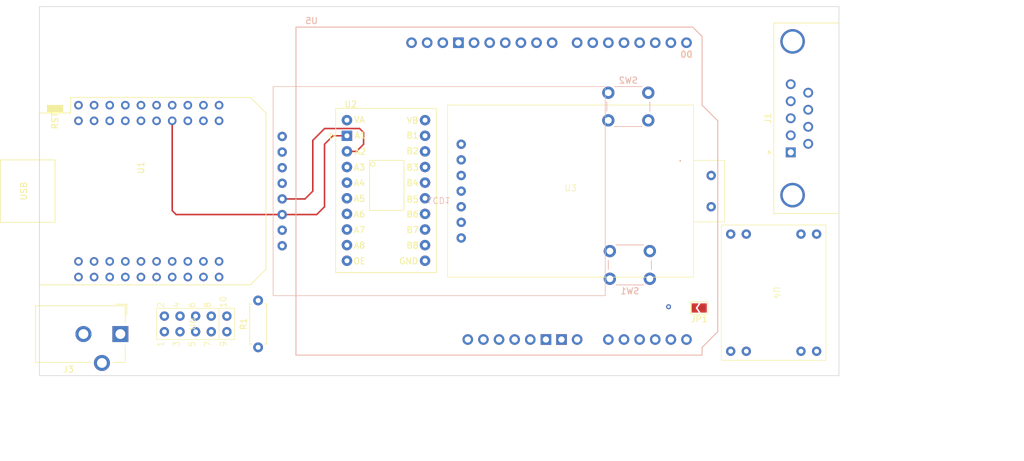
<source format=kicad_pcb>
(kicad_pcb (version 20240108) (generator "pcbnew") (generator_version "8.0")
  (layers (0 "F.Cu" signal) (31 "B.Cu" signal) (34 "B.Paste" user) (35 "F.Paste" user) (36 "B.SilkS" user "B.Silkscreen") (37 "F.SilkS" user "F.Silkscreen") (38 "B.Mask" user) (39 "F.Mask" user) (44 "Edge.Cuts" user))
  (net 0 "")
  (net 1 "/MOSI")
  (net 2 "/SCK")
  (net 3 "/IS")
  (net 4 "/MEASUREMENT_TOGGLE")
  (net 5 "/VOLTAGE")
  (net 6 "/SPARE-SWITCH")
  (net 7 "/TRACK-PULSE-H-PROG")
  (net 8 "/TRACK-ENABLE-TTL")
  (net 9 "/TRACK-PULSE-H-PROG-TTL")
  (net 10 "/TRACK-PULSE-H-TTL")
  (net 12 "/CAN-INT*")
  (net 13 "/TRACK-PULSE-H")
  (net 14 "/TRACK-POWER-ENABLE")
  (net 15 "/CAN-CS*")
  (net 16 "/MISO")
  (net 17 "/TRACK-PULSE-L")
  (net 18 "/TEMP")
  (net 20 "/VCC-RAW")
  (net 25 "/LCD-RS")
  (net 26 "/LCD-CS*")
  (net 27 "/LCD-RES")
  (net 28 "/CAN-CS-TTL*")
  (net 29 "/CAN-L")
  (net 30 "/SI-TTL")
  (net 31 "/CAN-INT-TTL*")
  (net 32 "/SO-TTL")
  (net 33 "/CAN-H")
  (net 34 "/SCK-TTL")
  (net 43 "/VCC")
  (net 66 "/3V3")
  (net 67 "GND")
  (net 68 "/18V")
  (footprint "railtrack:IBT_2" (layer "F.Cu") (at 65.4 121.59 90)
    (property "Reference" "U6" (at 0 -0.5 90) (layer "F.SilkS") (effects (font (thickness 0.1))))
    (property "Value" "~")
    (fp_line (start -2.54 3.81) (end 2.54 3.81) (stroke (width 0.1)) (layer "F.SilkS"))
    (fp_rect (start -2.54 -6.35) (end 2.54 6.35) (stroke (width 0.1)) (fill none) (layer "F.SilkS"))
    (fp_text user "3" (at -3.81 -2.54 90) (layer "F.SilkS") (effects (font (thickness 0.1)) (justify left bottom)))
    (fp_text user "9" (at -3.81 5.08 90) (layer "F.SilkS") (effects (font (thickness 0.1)) (justify left bottom)))
    (fp_text user "2" (at 2.54 -5.08 90) (layer "F.SilkS") (effects (font (thickness 0.1)) (justify left bottom)))
    (fp_text user "7" (at -3.81 2.54 90) (layer "F.SilkS") (effects (font (thickness 0.1)) (justify left bottom)))
    (fp_text user "8" (at 2.54 2.54 90) (layer "F.SilkS") (effects (font (thickness 0.1)) (justify left bottom)))
    (fp_text user "10" (at 2.54 5.08 90) (layer "F.SilkS") (effects (font (thickness 0.1)) (justify left bottom)))
    (fp_text user "4" (at 2.54 -2.54 90) (layer "F.SilkS") (effects (font (thickness 0.1)) (justify left bottom)))
    (fp_text user "5" (at -3.81 0 90) (layer "F.SilkS") (effects (font (thickness 0.1)) (justify left bottom)))
    (fp_text user "6" (at 2.54 0 90) (layer "F.SilkS") (effects (font (thickness 0.1)) (justify left bottom)))
    (fp_text user "1" (at -3.81 -5.08 90) (layer "F.SilkS") (effects (font (thickness 0.1)) (justify left bottom)))
    (pad "1" thru_hole circle (at -1.27 -5.08 90) (size 1.524 1.524) (drill 0.762) (layers "*.Cu" "*.Mask") (net 13 "/TRACK-PULSE-H"))
    (pad "2" thru_hole circle (at 1.27 -5.08 90) (size 1.524 1.524) (drill 0.762) (layers "*.Cu" "*.Mask") (net 17 "/TRACK-PULSE-L"))
    (pad "3" thru_hole circle (at -1.27 -2.54 90) (size 1.524 1.524) (drill 0.762) (layers "*.Cu" "*.Mask") (net 14 "/TRACK-POWER-ENABLE"))
    (pad "4" thru_hole circle (at 1.27 -2.54 90) (size 1.524 1.524) (drill 0.762) (layers "*.Cu" "*.Mask") (net 14 "/TRACK-POWER-ENABLE"))
    (pad "5" thru_hole circle (at -1.27 0 90) (size 1.524 1.524) (drill 0.762) (layers "*.Cu" "*.Mask") (net 3 "/IS"))
    (pad "6" thru_hole circle (at 1.27 0 90) (size 1.524 1.524) (drill 0.762) (layers "*.Cu" "*.Mask") (net 3 "/IS"))
    (pad "7" thru_hole circle (at -1.27 2.54 90) (size 1.524 1.524) (drill 0.762) (layers "*.Cu" "*.Mask") (net 67 "GND"))
    (pad "8" thru_hole circle (at 1.27 2.54 90) (size 1.524 1.524) (drill 0.762) (layers "*.Cu" "*.Mask") (net 66 "/3V3"))
    (pad "9" thru_hole circle (at -1.27 5.08 90) (size 1.524 1.524) (drill 0.762) (layers "*.Cu" "*.Mask") (net 68 "/18V"))
    (pad "10" thru_hole circle (at 1.27 5.08 90) (size 1.524 1.524) (drill 0.762) (layers "*.Cu" "*.Mask") (net 18 "/TEMP"))
  )
  (footprint "railtrack:MCP2515 Module" (layer "F.Cu") (at 126.36 100)
    (property "Reference" "U3" (at 0 -0.5 0) (layer "F.SilkS") (effects (font (thickness 0.1))))
    (property "Value" "~")
    (fp_line (start 20 -5) (end 25 -5) (stroke (width 0.1)) (layer "F.SilkS"))
    (fp_line (start 25 -5) (end 25 5) (stroke (width 0.1)) (layer "F.SilkS"))
    (fp_line (start 25 5) (end 20 5) (stroke (width 0.1)) (layer "F.SilkS"))
    (fp_rect (start -20 -14) (end 20 14) (stroke (width 0.1)) (fill none) (layer "F.SilkS"))
    (pad "1" thru_hole circle (at -17.78 -7.62) (size 1.524 1.524) (drill 0.762) (layers "*.Cu" "*.Mask") (net 31 "/CAN-INT-TTL*"))
    (pad "2" thru_hole circle (at -17.78 -5.08) (size 1.524 1.524) (drill 0.762) (layers "*.Cu" "*.Mask") (net 34 "/SCK-TTL"))
    (pad "3" thru_hole circle (at -17.78 -2.54) (size 1.524 1.524) (drill 0.762) (layers "*.Cu" "*.Mask") (net 30 "/SI-TTL"))
    (pad "4" thru_hole circle (at -17.78 0) (size 1.524 1.524) (drill 0.762) (layers "*.Cu" "*.Mask") (net 32 "/SO-TTL"))
    (pad "5" thru_hole circle (at -17.78 2.54) (size 1.524 1.524) (drill 0.762) (layers "*.Cu" "*.Mask") (net 28 "/CAN-CS-TTL*"))
    (pad "6" thru_hole circle (at -17.78 5.08) (size 1.524 1.524) (drill 0.762) (layers "*.Cu" "*.Mask") (net 67 "GND"))
    (pad "7" thru_hole circle (at -17.78 7.62) (size 1.524 1.524) (drill 0.762) (layers "*.Cu" "*.Mask") (net 43 "/VCC"))
    (pad "8" thru_hole circle (at 22.86 -2.54) (size 1.524 1.524) (drill 0.762) (layers "*.Cu" "*.Mask") (net 33 "/CAN-H"))
    (pad "9" thru_hole circle (at 22.86 2.54) (size 1.524 1.524) (drill 0.762) (layers "*.Cu" "*.Mask") (net 29 "/CAN-L"))
  )
  (footprint "railtrack:Arduino_Shield" (layer "F.Cu") (at 81.71 126.67)
    (property "Reference" "U5" (at 2.54 -54.356 0) (layer "B.SilkS") (effects (justify mirror)))
    (property "Value" "~")
    (fp_line (start 0 -53.34) (end 0 0) (stroke (width 0.15)) (layer "B.SilkS"))
    (fp_line (start 0 -53.34) (end 64.516 -53.34) (stroke (width 0.15)) (layer "B.SilkS"))
    (fp_line (start 0 0) (end 66.04 0) (stroke (width 0.15)) (layer "B.SilkS"))
    (fp_line (start 64.516 -53.34) (end 66.04 -51.816) (stroke (width 0.15)) (layer "B.SilkS"))
    (fp_line (start 66.04 -40.64) (end 66.04 -51.816) (stroke (width 0.15)) (layer "B.SilkS"))
    (fp_line (start 66.04 -1.27) (end 68.58 -3.81) (stroke (width 0.15)) (layer "B.SilkS"))
    (fp_line (start 66.04 0) (end 66.04 -1.27) (stroke (width 0.15)) (layer "B.SilkS"))
    (fp_line (start 68.58 -38.1) (end 66.04 -40.64) (stroke (width 0.15)) (layer "B.SilkS"))
    (fp_line (start 68.58 -3.81) (end 68.58 -38.1) (stroke (width 0.15)) (layer "B.SilkS"))
    (fp_text user "." (at 62.484 -32.004 0) (layer "B.SilkS"))
    (fp_text user "D0" (at 63.5 -48.895 0) (layer "B.SilkS") (effects (justify mirror)))
    (fp_text user "." (at 62.484 -32.004 0) (layer "F.SilkS"))
    (fp_text user "D0" (at 63.5 -48.895 0) (layer "F.SilkS"))
    (pad "J1-1" thru_hole oval (at 18.796 -50.8) (size 1.7272 1.7272) (drill 1.016) (layers "*.Cu" "*.Mask"))
    (pad "J1-2" thru_hole oval (at 21.336 -50.8) (size 1.7272 1.7272) (drill 1.016) (layers "*.Cu" "*.Mask"))
    (pad "J1-3" thru_hole oval (at 23.876 -50.8) (size 1.7272 1.7272) (drill 1.016) (layers "*.Cu" "*.Mask"))
    (pad "J1-4" thru_hole rect (at 26.416 -50.8) (size 1.7272 1.7272) (drill 1.016) (layers "*.Cu" "*.Mask") (net 67 "GND"))
    (pad "J1-5" thru_hole oval (at 28.956 -50.8) (size 1.7272 1.7272) (drill 1.016) (layers "*.Cu" "*.Mask") (net 9 "/TRACK-PULSE-H-PROG-TTL"))
    (pad "J1-6" thru_hole oval (at 31.496 -50.8) (size 1.7272 1.7272) (drill 1.016) (layers "*.Cu" "*.Mask") (net 7 "/TRACK-PULSE-H-PROG"))
    (pad "J1-7" thru_hole oval (at 34.036 -50.8) (size 1.7272 1.7272) (drill 1.016) (layers "*.Cu" "*.Mask") (net 8 "/TRACK-ENABLE-TTL"))
    (pad "J1-8" thru_hole oval (at 36.576 -50.8) (size 1.7272 1.7272) (drill 1.016) (layers "*.Cu" "*.Mask"))
    (pad "J1-9" thru_hole oval (at 39.116 -50.8) (size 1.7272 1.7272) (drill 1.016) (layers "*.Cu" "*.Mask"))
    (pad "J1-10" thru_hole oval (at 41.656 -50.8) (size 1.7272 1.7272) (drill 1.016) (layers "*.Cu" "*.Mask"))
    (pad "J2-1" thru_hole oval (at 45.72 -50.8) (size 1.7272 1.7272) (drill 1.016) (layers "*.Cu" "*.Mask"))
    (pad "J2-2" thru_hole oval (at 48.26 -50.8) (size 1.7272 1.7272) (drill 1.016) (layers "*.Cu" "*.Mask"))
    (pad "J2-3" thru_hole oval (at 50.8 -50.8) (size 1.7272 1.7272) (drill 1.016) (layers "*.Cu" "*.Mask"))
    (pad "J2-4" thru_hole oval (at 53.34 -50.8) (size 1.7272 1.7272) (drill 1.016) (layers "*.Cu" "*.Mask"))
    (pad "J2-5" thru_hole oval (at 55.88 -50.8) (size 1.7272 1.7272) (drill 1.016) (layers "*.Cu" "*.Mask") (net 8 "/TRACK-ENABLE-TTL"))
    (pad "J2-6" thru_hole oval (at 58.42 -50.8) (size 1.7272 1.7272) (drill 1.016) (layers "*.Cu" "*.Mask"))
    (pad "J2-7" thru_hole oval (at 60.96 -50.8) (size 1.7272 1.7272) (drill 1.016) (layers "*.Cu" "*.Mask"))
    (pad "J2-8" thru_hole oval (at 63.5 -50.8) (size 1.7272 1.7272) (drill 1.016) (layers "*.Cu" "*.Mask"))
    (pad "J3-1" thru_hole oval (at 27.94 -2.54) (size 1.7272 1.7272) (drill 1.016) (layers "*.Cu" "*.Mask"))
    (pad "J3-2" thru_hole oval (at 30.48 -2.54) (size 1.7272 1.7272) (drill 1.016) (layers "*.Cu" "*.Mask"))
    (pad "J3-3" thru_hole oval (at 33.02 -2.54) (size 1.7272 1.7272) (drill 1.016) (layers "*.Cu" "*.Mask"))
    (pad "J3-4" thru_hole oval (at 35.56 -2.54) (size 1.7272 1.7272) (drill 1.016) (layers "*.Cu" "*.Mask") (net 66 "/3V3"))
    (pad "J3-5" thru_hole oval (at 38.1 -2.54) (size 1.7272 1.7272) (drill 1.016) (layers "*.Cu" "*.Mask") (net 43 "/VCC"))
    (pad "J3-6" thru_hole rect (at 40.64 -2.54) (size 1.7272 1.7272) (drill 1.016) (layers "*.Cu" "*.Mask") (net 67 "GND"))
    (pad "J3-7" thru_hole rect (at 43.18 -2.54) (size 1.7272 1.7272) (drill 1.016) (layers "*.Cu" "*.Mask") (net 67 "GND"))
    (pad "J3-8" thru_hole oval (at 45.72 -2.54) (size 1.7272 1.7272) (drill 1.016) (layers "*.Cu" "*.Mask") (net 68 "/18V"))
    (pad "J4-1" thru_hole oval (at 50.8 -2.54) (size 1.7272 1.7272) (drill 1.016) (layers "*.Cu" "*.Mask") (net 3 "/IS"))
    (pad "J4-2" thru_hole oval (at 53.34 -2.54) (size 1.7272 1.7272) (drill 1.016) (layers "*.Cu" "*.Mask"))
    (pad "J4-3" thru_hole oval (at 55.88 -2.54) (size 1.7272 1.7272) (drill 1.016) (layers "*.Cu" "*.Mask"))
    (pad "J4-4" thru_hole oval (at 58.42 -2.54) (size 1.7272 1.7272) (drill 1.016) (layers "*.Cu" "*.Mask"))
    (pad "J4-5" thru_hole oval (at 60.96 -2.54) (size 1.7272 1.7272) (drill 1.016) (layers "*.Cu" "*.Mask"))
    (pad "J4-6" thru_hole oval (at 63.5 -2.54) (size 1.7272 1.7272) (drill 1.016) (layers "*.Cu" "*.Mask"))
  )
  (footprint "Jumper:SolderJumper-2_P1.3mm_Open_TrianglePad1.0x1.5mm" (layer "F.Cu") (at 147.275 119 180)
    (property "Reference" "JP1" (at 0 -1.8 180) (layer "F.SilkS"))
    (property "Value" "Jumper_2_Open")
    (fp_line (start 1.4 1) (end -1.4 1) (stroke (width 0.12)) (layer "F.SilkS"))
    (fp_line (start 1.4 -1) (end 1.4 1) (stroke (width 0.12)) (layer "F.SilkS"))
    (fp_line (start -1.4 1) (end -1.4 -1) (stroke (width 0.12)) (layer "F.SilkS"))
    (fp_line (start -1.4 -1) (end 1.4 -1) (stroke (width 0.12)) (layer "F.SilkS"))
    (pad "1" smd custom (at -0.725 0 180) (size 0.3 0.3) (layers "F.Cu" "F.Mask") (net 20 "/VCC-RAW") (options (clearance outline) (anchor rect)) (primitives (gr_poly (pts (xy 1 0) (xy 0.5 0.75) (xy -0.5 0.75) (xy -0.5 -0.75) (xy 0.5 -0.75)) (width 0) (fill yes))))
    (pad "2" smd custom (at 0.725 0 180) (size 0.3 0.3) (layers "F.Cu" "F.Mask") (net 43 "/VCC") (options (clearance outline) (anchor rect)) (primitives (gr_poly (pts (xy 0.5 0.75) (xy -0.65 0.75) (xy -0.15 0) (xy -0.65 -0.75) (xy 0.5 -0.75)) (width 0) (fill yes))))
  )
  (footprint "my_footprints:Texas_TXS0108E_Level_Shifter_Module" (layer "F.Cu") (at 90 91)
    (property "Reference" "U2" (at 0.61 -5.1 0) (layer "F.SilkS"))
    (property "Value" "TXS0108EPW")
    (fp_line (start -2.705 -0.42) (end -2.705 0.58) (stroke (width 0.12)) (layer "F.SilkS"))
    (fp_line (start -2.705 -0.42) (end -1.975 0.02) (stroke (width 0.12)) (layer "F.SilkS"))
    (fp_line (start -2.705 0.58) (end -1.975 0.02) (stroke (width 0.12)) (layer "F.SilkS"))
    (fp_line (start -1.83 -4.46) (end 14.53 -4.46) (stroke (width 0.12)) (layer "F.SilkS"))
    (fp_line (start -1.83 22.24) (end -1.83 -4.46) (stroke (width 0.12)) (layer "F.SilkS"))
    (fp_line (start 3.683 4) (end 9.271 4) (stroke (width 0.12)) (layer "F.SilkS"))
    (fp_line (start 3.683 12.128) (end 3.683 4) (stroke (width 0.12)) (layer "F.SilkS"))
    (fp_line (start 9.271 4) (end 9.271 12.128) (stroke (width 0.12)) (layer "F.SilkS"))
    (fp_line (start 9.271 12.128) (end 3.683 12.128) (stroke (width 0.12)) (layer "F.SilkS"))
    (fp_line (start 14.53 -4.46) (end 14.53 22.24) (stroke (width 0.12)) (layer "F.SilkS"))
    (fp_line (start 14.53 22.24) (end -1.83 22.24) (stroke (width 0.12)) (layer "F.SilkS"))
    (fp_circle (center 4.191 4.635) (end 4.55021 4.635) (stroke (width 0.12)) (fill none) (layer "F.SilkS"))
    (fp_text user "B1" (at 10.668 -0.064 0) (layer "F.SilkS"))
    (fp_text user "B7" (at 10.668 15.303 0) (layer "F.SilkS"))
    (fp_text user "A3" (at 2.032 5.143 0) (layer "F.SilkS"))
    (fp_text user "B3" (at 10.668 5.143 0) (layer "F.SilkS"))
    (fp_text user "A2" (at 2.159 2.603 0) (layer "F.SilkS"))
    (fp_text user "A4" (at 2.032 7.683 0) (layer "F.SilkS"))
    (fp_text user "A5" (at 2.032 10.223 0) (layer "F.SilkS"))
    (fp_text user "A8" (at 2.032 17.843 0) (layer "F.SilkS"))
    (fp_text user "B2" (at 10.668 2.476 0) (layer "F.SilkS"))
    (fp_text user "B4" (at 10.668 7.683 0) (layer "F.SilkS"))
    (fp_text user "B5" (at 10.668 10.35 0) (layer "F.SilkS"))
    (fp_text user "VA" (at 2.032 -2.604 0) (layer "F.SilkS"))
    (fp_text user "A7" (at 2.032 15.303 0) (layer "F.SilkS"))
    (fp_text user "A6" (at 2.032 12.763 0) (layer "F.SilkS"))
    (fp_text user "A1" (at 2.159 -0.064 0) (layer "F.SilkS"))
    (fp_text user "VB" (at 10.668 -2.477 0) (layer "F.SilkS"))
    (fp_text user "B8" (at 10.668 17.843 0) (layer "F.SilkS"))
    (fp_text user "GND" (at 10.033 20.383 0) (layer "F.SilkS"))
    (fp_text user "OE" (at 2.032 20.383 0) (layer "F.SilkS"))
    (fp_text user "B6" (at 10.668 12.763 0) (layer "F.SilkS"))
    (pad "1" thru_hole rect (at 0 0) (size 1.7 1.7) (drill 0.8) (layers "*.Cu" "*.Mask") (net 2 "/SCK"))
    (pad "2" thru_hole circle (at 0 -2.54) (size 1.7 1.7) (drill 0.8) (layers "*.Cu" "*.Mask") (net 66 "/3V3"))
    (pad "3" thru_hole circle (at 0 2.54) (size 1.7 1.7) (drill 0.8) (layers "*.Cu" "*.Mask") (net 1 "/MOSI"))
    (pad "4" thru_hole circle (at 0 5.08) (size 1.7 1.7) (drill 0.8) (layers "*.Cu" "*.Mask") (net 16 "/MISO"))
    (pad "5" thru_hole circle (at 0 7.62) (size 1.7 1.7) (drill 0.8) (layers "*.Cu" "*.Mask") (net 15 "/CAN-CS*"))
    (pad "6" thru_hole circle (at 0 10.16) (size 1.7 1.7) (drill 0.8) (layers "*.Cu" "*.Mask") (net 12 "/CAN-INT*"))
    (pad "7" thru_hole circle (at 0 12.7) (size 1.7 1.7) (drill 0.8) (layers "*.Cu" "*.Mask") (net 14 "/TRACK-POWER-ENABLE"))
    (pad "8" thru_hole circle (at 0 15.24) (size 1.7 1.7) (drill 0.8) (layers "*.Cu" "*.Mask") (net 13 "/TRACK-PULSE-H"))
    (pad "9" thru_hole circle (at 0 17.78) (size 1.7 1.7) (drill 0.8) (layers "*.Cu" "*.Mask") (net 7 "/TRACK-PULSE-H-PROG"))
    (pad "10" thru_hole circle (at 0 20.32) (size 1.7 1.7) (drill 0.8) (layers "*.Cu" "*.Mask") (net 66 "/3V3"))
    (pad "11" thru_hole circle (at 12.7 20.32) (size 1.7 1.7) (drill 0.8) (layers "*.Cu" "*.Mask") (net 67 "GND"))
    (pad "12" thru_hole circle (at 12.7 17.78) (size 1.7 1.7) (drill 0.8) (layers "*.Cu" "*.Mask") (net 9 "/TRACK-PULSE-H-PROG-TTL"))
    (pad "13" thru_hole circle (at 12.7 15.24) (size 1.7 1.7) (drill 0.8) (layers "*.Cu" "*.Mask") (net 10 "/TRACK-PULSE-H-TTL"))
    (pad "14" thru_hole circle (at 12.7 12.7) (size 1.7 1.7) (drill 0.8) (layers "*.Cu" "*.Mask") (net 8 "/TRACK-ENABLE-TTL"))
    (pad "15" thru_hole circle (at 12.7 10.16) (size 1.7 1.7) (drill 0.8) (layers "*.Cu" "*.Mask") (net 31 "/CAN-INT-TTL*"))
    (pad "16" thru_hole circle (at 12.7 7.62) (size 1.7 1.7) (drill 0.8) (layers "*.Cu" "*.Mask") (net 28 "/CAN-CS-TTL*"))
    (pad "17" thru_hole circle (at 12.7 5.08) (size 1.7 1.7) (drill 0.8) (layers "*.Cu" "*.Mask") (net 32 "/SO-TTL"))
    (pad "18" thru_hole circle (at 12.7 2.54) (size 1.7 1.7) (drill 0.8) (layers "*.Cu" "*.Mask") (net 30 "/SI-TTL"))
    (pad "19" thru_hole circle (at 12.7 -2.54) (size 1.7 1.7) (drill 0.8) (layers "*.Cu" "*.Mask") (net 43 "/VCC"))
    (pad "20" thru_hole circle (at 12.7 0) (size 1.7 1.7) (drill 0.8) (layers "*.Cu" "*.Mask") (net 34 "/SCK-TTL"))
  )
  (footprint "Connector_BarrelJack:BarrelJack_CUI_PJ-102AH_Horizontal" (layer "F.Cu") (at 53.16 123.24 -90)
    (property "Reference" "J3" (at 5.75 8.45 180) (layer "F.SilkS"))
    (property "Value" "Barrel_Jack_Switch")
    (fp_line (start -4.6 13.8) (end -4.6 -0.8) (stroke (width 0.12)) (layer "F.SilkS"))
    (fp_line (start 4.6 13.8) (end -4.6 13.8) (stroke (width 0.12)) (layer "F.SilkS"))
    (fp_line (start 4.6 4.8) (end 4.6 13.8) (stroke (width 0.12)) (layer "F.SilkS"))
    (fp_line (start -4.84 0.7) (end -4.84 -1.04) (stroke (width 0.12)) (layer "F.SilkS"))
    (fp_line (start -4.6 -0.8) (end -1.8 -0.8) (stroke (width 0.12)) (layer "F.SilkS"))
    (fp_line (start 1.8 -0.8) (end 4.6 -0.8) (stroke (width 0.12)) (layer "F.SilkS"))
    (fp_line (start 4.6 -0.8) (end 4.6 1.2) (stroke (width 0.12)) (layer "F.SilkS"))
    (fp_line (start -4.84 -1.04) (end -3.1 -1.04) (stroke (width 0.12)) (layer "F.SilkS"))
    (pad "1" thru_hole rect (at 0 0 270) (size 2.6 2.6) (drill 1.6) (layers "*.Cu" "*.Mask") (net 68 "/18V"))
    (pad "2" thru_hole circle (at 0 6 270) (size 2.6 2.6) (drill 1.6) (layers "*.Cu" "*.Mask") (net 67 "GND"))
    (pad "3" thru_hole circle (at 4.7 3 270) (size 2.6 2.6) (drill 1.6) (layers "*.Cu" "*.Mask") (net 67 "GND"))
  )
  (footprint "Connector_Dsub:DSUB-9_Male_Horizontal_P2.77x2.84mm_EdgePinOffset4.94mm_Housed_MountingHolesOffset7.48mm" (layer "F.Cu") (at 162.16 93.695 90)
    (property "Reference" "J1" (at 5.54 -3.7 -90) (layer "F.SilkS"))
    (property "Value" "DE9_Plug_MountingHoles")
    (fp_line (start 0.25 -3.654338) (end 0 -3.221325) (stroke (width 0.12)) (layer "F.SilkS"))
    (fp_line (start -0.25 -3.654338) (end 0.25 -3.654338) (stroke (width 0.12)) (layer "F.SilkS"))
    (fp_line (start 0 -3.221325) (end -0.25 -3.654338) (stroke (width 0.12)) (layer "F.SilkS"))
    (fp_line (start 21.025 -2.76) (end 21.025 7.72) (stroke (width 0.12)) (layer "F.SilkS"))
    (fp_line (start -9.945 -2.76) (end 21.025 -2.76) (stroke (width 0.12)) (layer "F.SilkS"))
    (fp_line (start -9.945 7.72) (end -9.945 -2.76) (stroke (width 0.12)) (layer "F.SilkS"))
    (pad "0" thru_hole circle (at -6.96 0.3 90) (size 4 4) (drill 3.2) (layers "*.Cu" "*.Mask") (net 67 "GND"))
    (pad "0" thru_hole circle (at 18.04 0.3 90) (size 4 4) (drill 3.2) (layers "*.Cu" "*.Mask") (net 67 "GND"))
    (pad "1" thru_hole rect (at 0 0 90) (size 1.6 1.6) (drill 1) (layers "*.Cu" "*.Mask") (net 67 "GND"))
    (pad "2" thru_hole circle (at 2.77 0 90) (size 1.6 1.6) (drill 1) (layers "*.Cu" "*.Mask"))
    (pad "3" thru_hole circle (at 5.54 0 90) (size 1.6 1.6) (drill 1) (layers "*.Cu" "*.Mask") (net 33 "/CAN-H"))
    (pad "4" thru_hole circle (at 8.31 0 90) (size 1.6 1.6) (drill 1) (layers "*.Cu" "*.Mask"))
    (pad "5" thru_hole circle (at 11.08 0 90) (size 1.6 1.6) (drill 1) (layers "*.Cu" "*.Mask") (net 29 "/CAN-L"))
    (pad "6" thru_hole circle (at 1.385 2.84 90) (size 1.6 1.6) (drill 1) (layers "*.Cu" "*.Mask"))
    (pad "7" thru_hole circle (at 4.155 2.84 90) (size 1.6 1.6) (drill 1) (layers "*.Cu" "*.Mask"))
    (pad "8" thru_hole circle (at 6.925 2.84 90) (size 1.6 1.6) (drill 1) (layers "*.Cu" "*.Mask"))
    (pad "9" thru_hole circle (at 9.695 2.84 90) (size 1.6 1.6) (drill 1) (layers "*.Cu" "*.Mask") (net 68 "/18V"))
  )
  (footprint "ESP32_mini:ESP32_mini" (layer "F.Cu") (at 57.78 100 -90)
    (property "Reference" "U1" (at -3.81 1.27 90) (layer "F.SilkS"))
    (property "Value" "mini_esp32")
    (fp_line (start -5.08 24.13) (end 5.08 24.13) (stroke (width 0.12)) (layer "F.SilkS"))
    (fp_line (start 5.08 24.13) (end 5.08 17.78) (stroke (width 0.12)) (layer "F.SilkS"))
    (fp_line (start -12.7 17.78) (end 15.24 17.78) (stroke (width 0.12)) (layer "F.SilkS"))
    (fp_line (start -5.08 17.78) (end -5.08 24.13) (stroke (width 0.12)) (layer "F.SilkS"))
    (fp_line (start -5.08 17.78) (end -5.08 15.24) (stroke (width 0.12)) (layer "F.SilkS"))
    (fp_line (start -5.08 15.24) (end 5.08 15.24) (stroke (width 0.12)) (layer "F.SilkS"))
    (fp_line (start 5.08 15.24) (end 5.08 17.78) (stroke (width 0.12)) (layer "F.SilkS"))
    (fp_line (start -15.24 12.7) (end -12.7 12.7) (stroke (width 0.12)) (layer "F.SilkS"))
    (fp_line (start -12.7 12.7) (end -12.7 17.78) (stroke (width 0.12)) (layer "F.SilkS"))
    (fp_line (start -15.24 -16.51) (end -15.24 12.7) (stroke (width 0.12)) (layer "F.SilkS"))
    (fp_line (start 15.24 -16.51) (end 15.24 17.78) (stroke (width 0.12)) (layer "F.SilkS"))
    (fp_line (start -12.7 -19.05) (end -15.24 -16.51) (stroke (width 0.12)) (layer "F.SilkS"))
    (fp_line (start -12.7 -19.05) (end -11.43 -19.05) (stroke (width 0.12)) (layer "F.SilkS"))
    (fp_line (start 12.7 -19.05) (end 15.24 -16.51) (stroke (width 0.12)) (layer "F.SilkS"))
    (fp_line (start 12.7 -19.05) (end -11.43 -19.05) (stroke (width 0.12)) (layer "F.SilkS"))
    (fp_poly (pts (xy -13.97 16.51) (xy -13.97 13.97) (xy -12.7 13.97) (xy -12.7 16.51)) (stroke (width 0.1)) (fill solid) (layer "F.SilkS"))
    (fp_text user "USB" (at 0 20.32 90) (layer "F.SilkS"))
    (fp_text user "RST" (at -11.43 15.24 90) (layer "F.SilkS"))
    (pad "1" thru_hole circle (at -13.97 -11.43 180) (size 1.4 1.4) (drill 0.8) (layers "*.Cu" "*.Mask") (net 67 "GND"))
    (pad "2" thru_hole circle (at -11.43 -11.43 180) (size 1.4 1.4) (drill 0.8) (layers "*.Cu" "*.Mask"))
    (pad "3" thru_hole circle (at -13.97 -8.89 180) (size 1.4 1.4) (drill 0.8) (layers "*.Cu" "*.Mask"))
    (pad "4" thru_hole circle (at -11.43 -8.89 180) (size 1.4 1.4) (drill 0.8) (layers "*.Cu" "*.Mask"))
    (pad "5" thru_hole circle (at -13.97 -6.35 180) (size 1.4 1.4) (drill 0.8) (layers "*.Cu" "*.Mask") (net 5 "/VOLTAGE"))
    (pad "6" thru_hole circle (at -11.43 -6.35 180) (size 1.4 1.4) (drill 0.8) (layers "*.Cu" "*.Mask") (net 6 "/SPARE-SWITCH"))
    (pad "7" thru_hole circle (at -13.97 -3.81 180) (size 1.4 1.4) (drill 0.8) (layers "*.Cu" "*.Mask") (net 18 "/TEMP"))
    (pad "8" thru_hole circle (at -11.43 -3.81 180) (size 1.4 1.4) (drill 0.8) (layers "*.Cu" "*.Mask") (net 2 "/SCK"))
    (pad "9" thru_hole circle (at -13.97 -1.27 180) (size 1.4 1.4) (drill 0.8) (layers "*.Cu" "*.Mask") (net 17 "/TRACK-PULSE-L"))
    (pad "10" thru_hole circle (at -11.43 -1.27 180) (size 1.4 1.4) (drill 0.8) (layers "*.Cu" "*.Mask") (net 16 "/MISO"))
    (pad "11" thru_hole circle (at -13.97 1.27 180) (size 1.4 1.4) (drill 0.8) (layers "*.Cu" "*.Mask") (net 3 "/IS"))
    (pad "12" thru_hole circle (at -11.43 1.27 180) (size 1.4 1.4) (drill 0.8) (layers "*.Cu" "*.Mask") (net 1 "/MOSI"))
    (pad "13" thru_hole circle (at -13.97 3.81 180) (size 1.4 1.4) (drill 0.8) (layers "*.Cu" "*.Mask"))
    (pad "14" thru_hole circle (at -11.43 3.81 180) (size 1.4 1.4) (drill 0.8) (layers "*.Cu" "*.Mask") (net 15 "/CAN-CS*"))
    (pad "15" thru_hole circle (at -13.97 6.35 180) (size 1.4 1.4) (drill 0.8) (layers "*.Cu" "*.Mask"))
    (pad "16" thru_hole circle (at -11.43 6.35 180) (size 1.4 1.4) (drill 0.8) (layers "*.Cu" "*.Mask") (net 66 "/3V3"))
    (pad "17" thru_hole circle (at -13.97 8.89 180) (size 1.4 1.4) (drill 0.8) (layers "*.Cu" "*.Mask"))
    (pad "18" thru_hole circle (at -11.43 8.89 180) (size 1.4 1.4) (drill 0.8) (layers "*.Cu" "*.Mask"))
    (pad "19" thru_hole circle (at -13.97 11.43 180) (size 1.4 1.4) (drill 0.8) (layers "*.Cu" "*.Mask"))
    (pad "20" thru_hole circle (at -11.43 11.43 180) (size 1.4 1.4) (drill 0.8) (layers "*.Cu" "*.Mask"))
    (pad "21" thru_hole circle (at 11.43 -11.43 180) (size 1.4 1.4) (drill 0.8) (layers "*.Cu" "*.Mask"))
    (pad "22" thru_hole circle (at 13.97 -11.43 180) (size 1.4 1.4) (drill 0.8) (layers "*.Cu" "*.Mask") (net 67 "GND"))
    (pad "23" thru_hole circle (at 11.43 -8.89 180) (size 1.4 1.4) (drill 0.8) (layers "*.Cu" "*.Mask"))
    (pad "24" thru_hole circle (at 13.97 -8.89 180) (size 1.4 1.4) (drill 0.8) (layers "*.Cu" "*.Mask") (net 4 "/MEASUREMENT_TOGGLE"))
    (pad "25" thru_hole circle (at 11.43 -6.35 180) (size 1.4 1.4) (drill 0.8) (layers "*.Cu" "*.Mask") (net 12 "/CAN-INT*"))
    (pad "26" thru_hole circle (at 13.97 -6.35 180) (size 1.4 1.4) (drill 0.8) (layers "*.Cu" "*.Mask") (net 14 "/TRACK-POWER-ENABLE"))
    (pad "27" thru_hole circle (at 11.43 -3.81 180) (size 1.4 1.4) (drill 0.8) (layers "*.Cu" "*.Mask") (net 25 "/LCD-RS"))
    (pad "28" thru_hole circle (at 13.97 -3.81 180) (size 1.4 1.4) (drill 0.8) (layers "*.Cu" "*.Mask") (net 13 "/TRACK-PULSE-H"))
    (pad "29" thru_hole circle (at 11.43 -1.27 180) (size 1.4 1.4) (drill 0.8) (layers "*.Cu" "*.Mask") (net 27 "/LCD-RES"))
    (pad "30" thru_hole circle (at 13.97 -1.27 180) (size 1.4 1.4) (drill 0.8) (layers "*.Cu" "*.Mask"))
    (pad "31" thru_hole circle (at 11.43 1.27 180) (size 1.4 1.4) (drill 0.8) (layers "*.Cu" "*.Mask") (net 26 "/LCD-CS*"))
    (pad "32" thru_hole circle (at 13.97 1.27 180) (size 1.4 1.4) (drill 0.8) (layers "*.Cu" "*.Mask"))
    (pad "33" thru_hole circle (at 11.43 3.81 180) (size 1.4 1.4) (drill 0.8) (layers "*.Cu" "*.Mask") (net 67 "GND"))
    (pad "34" thru_hole circle (at 13.97 3.81 180) (size 1.4 1.4) (drill 0.8) (layers "*.Cu" "*.Mask"))
    (pad "35" thru_hole circle (at 11.43 6.35 180) (size 1.4 1.4) (drill 0.8) (layers "*.Cu" "*.Mask") (net 43 "/VCC"))
    (pad "36" thru_hole circle (at 13.97 6.35 180) (size 1.4 1.4) (drill 0.8) (layers "*.Cu" "*.Mask"))
    (pad "37" thru_hole circle (at 11.43 8.89 180) (size 1.4 1.4) (drill 0.8) (layers "*.Cu" "*.Mask"))
    (pad "38" thru_hole circle (at 13.97 8.89 180) (size 1.4 1.4) (drill 0.8) (layers "*.Cu" "*.Mask"))
    (pad "39" thru_hole circle (at 11.43 11.43 180) (size 1.4 1.4) (drill 0.8) (layers "*.Cu" "*.Mask"))
    (pad "40" thru_hole circle (at 13.97 11.43 180) (size 1.4 1.4) (drill 0.8) (layers "*.Cu" "*.Mask"))
  )
  (footprint "Resistor_THT:R_Axial_DIN0207_L6.3mm_D2.5mm_P7.62mm_Horizontal" (layer "F.Cu") (at 75.56 125.4 90)
    (property "Reference" "R1" (at 3.81 -2.37 270) (layer "F.SilkS"))
    (property "Value" "10k")
    (fp_line (start 7.08 -1.37) (end 7.08 -1.04) (stroke (width 0.12)) (layer "F.SilkS"))
    (fp_line (start 0.54 -1.37) (end 7.08 -1.37) (stroke (width 0.12)) (layer "F.SilkS"))
    (fp_line (start 0.54 -1.04) (end 0.54 -1.37) (stroke (width 0.12)) (layer "F.SilkS"))
    (fp_line (start 0.54 1.04) (end 0.54 1.37) (stroke (width 0.12)) (layer "F.SilkS"))
    (fp_line (start 7.08 1.37) (end 7.08 1.04) (stroke (width 0.12)) (layer "F.SilkS"))
    (fp_line (start 0.54 1.37) (end 7.08 1.37) (stroke (width 0.12)) (layer "F.SilkS"))
    (pad "1" thru_hole circle (at 0 0 90) (size 1.6 1.6) (drill 0.8) (layers "*.Cu" "*.Mask") (net 3 "/IS"))
    (pad "2" thru_hole oval (at 7.62 0 90) (size 1.6 1.6) (drill 0.8) (layers "*.Cu" "*.Mask") (net 67 "GND"))
  )
  (footprint "railtrack:MP1484 Module" (layer "F.Cu") (at 159.38 116.51 -90)
    (property "Reference" "U4" (at 0 -0.5 -90) (layer "F.SilkS") (effects (font (thickness 0.1))))
    (property "Value" "~")
    (fp_rect (start -11 -8.5) (end 11 8.5) (stroke (width 0.1)) (fill none) (layer "F.SilkS"))
    (pad "1" thru_hole circle (at -9.525 -6.985 270) (size 1.524 1.524) (drill 0.762) (layers "*.Cu" "*.Mask") (net 67 "GND"))
    (pad "2" thru_hole circle (at -9.525 -4.445 270) (size 1.524 1.524) (drill 0.762) (layers "*.Cu" "*.Mask") (net 67 "GND"))
    (pad "3" thru_hole circle (at -9.525 4.445 270) (size 1.524 1.524) (drill 0.762) (layers "*.Cu" "*.Mask") (net 68 "/18V"))
    (pad "4" thru_hole circle (at -9.525 6.985 270) (size 1.524 1.524) (drill 0.762) (layers "*.Cu" "*.Mask") (net 68 "/18V"))
    (pad "5" thru_hole circle (at 9.525 -6.985 270) (size 1.524 1.524) (drill 0.762) (layers "*.Cu" "*.Mask") (net 67 "GND"))
    (pad "6" thru_hole circle (at 9.525 -4.445 270) (size 1.524 1.524) (drill 0.762) (layers "*.Cu" "*.Mask") (net 67 "GND"))
    (pad "7" thru_hole circle (at 9.525 4.445 270) (size 1.524 1.524) (drill 0.762) (layers "*.Cu" "*.Mask") (net 20 "/VCC-RAW"))
    (pad "8" thru_hole circle (at 9.525 6.985 270) (size 1.524 1.524) (drill 0.762) (layers "*.Cu" "*.Mask") (net 20 "/VCC-RAW"))
  )
  (footprint "railtrack:1.77 LCD Display 128x160" (layer "B.Cu") (at 105 100)
    (property "Reference" "LCD1" (at 0 1.5 180) (layer "B.SilkS") (effects (font (thickness 0.1)) (justify mirror)))
    (property "Value" "~")
    (fp_rect (start 27 -17) (end -27 17) (stroke (width 0.1)) (fill none) (layer "B.SilkS"))
    (pad "1" thru_hole circle (at -25.527 8.89) (size 1.524 1.524) (drill 0.762) (layers "*.Cu" "*.Mask") (net 67 "GND"))
    (pad "2" thru_hole circle (at -25.527 6.35) (size 1.524 1.524) (drill 0.762) (layers "*.Cu" "*.Mask") (net 43 "/VCC"))
    (pad "3" thru_hole circle (at -25.527 3.81) (size 1.524 1.524) (drill 0.762) (layers "*.Cu" "*.Mask") (net 2 "/SCK"))
    (pad "4" thru_hole circle (at -25.527 1.27) (size 1.524 1.524) (drill 0.762) (layers "*.Cu" "*.Mask") (net 1 "/MOSI"))
    (pad "5" thru_hole circle (at -25.527 -1.27) (size 1.524 1.524) (drill 0.762) (layers "*.Cu" "*.Mask") (net 27 "/LCD-RES"))
    (pad "6" thru_hole circle (at -25.527 -3.81) (size 1.524 1.524) (drill 0.762) (layers "*.Cu" "*.Mask") (net 25 "/LCD-RS"))
    (pad "7" thru_hole circle (at -25.527 -6.35) (size 1.524 1.524) (drill 0.762) (layers "*.Cu" "*.Mask") (net 26 "/LCD-CS*"))
    (pad "8" thru_hole circle (at -25.527 -8.89) (size 1.524 1.524) (drill 0.762) (layers "*.Cu" "*.Mask") (net 66 "/3V3"))
  )
  (footprint "Button_Switch_THT:SW_PUSH_6mm" (layer "B.Cu") (at 132.75 114.25)
    (property "Reference" "SW1" (at 3.25 2 0) (layer "B.SilkS") (effects (justify mirror)))
    (property "Value" "SW_Push")
    (fp_line (start -0.25 -3) (end -0.25 -1.5) (stroke (width 0.12)) (layer "B.SilkS"))
    (fp_line (start 1 1) (end 5.5 1) (stroke (width 0.12)) (layer "B.SilkS"))
    (fp_line (start 5.5 -5.5) (end 1 -5.5) (stroke (width 0.12)) (layer "B.SilkS"))
    (fp_line (start 6.75 -1.5) (end 6.75 -3) (stroke (width 0.12)) (layer "B.SilkS"))
    (pad "1" thru_hole circle (at 0 0 270) (size 2 2) (drill 1.1) (layers "*.Cu" "*.Mask") (net 67 "GND"))
    (pad "1" thru_hole circle (at 6.5 0 270) (size 2 2) (drill 1.1) (layers "*.Cu" "*.Mask") (net 67 "GND"))
    (pad "2" thru_hole circle (at 0 -4.5 270) (size 2 2) (drill 1.1) (layers "*.Cu" "*.Mask") (net 4 "/MEASUREMENT_TOGGLE"))
    (pad "2" thru_hole circle (at 6.5 -4.5 270) (size 2 2) (drill 1.1) (layers "*.Cu" "*.Mask") (net 4 "/MEASUREMENT_TOGGLE"))
  )
  (footprint "Button_Switch_THT:SW_PUSH_6mm" (layer "B.Cu") (at 139 84 180)
    (property "Reference" "SW2" (at 3.25 2 180) (layer "B.SilkS") (effects (justify mirror)))
    (property "Value" "SW_Push")
    (fp_line (start 6.75 -1.5) (end 6.75 -3) (stroke (width 0.12)) (layer "B.SilkS"))
    (fp_line (start 5.5 -5.5) (end 1 -5.5) (stroke (width 0.12)) (layer "B.SilkS"))
    (fp_line (start 1 1) (end 5.5 1) (stroke (width 0.12)) (layer "B.SilkS"))
    (fp_line (start -0.25 -3) (end -0.25 -1.5) (stroke (width 0.12)) (layer "B.SilkS"))
    (pad "1" thru_hole circle (at 0 0 90) (size 2 2) (drill 1.1) (layers "*.Cu" "*.Mask") (net 67 "GND"))
    (pad "1" thru_hole circle (at 6.5 0 90) (size 2 2) (drill 1.1) (layers "*.Cu" "*.Mask") (net 67 "GND"))
    (pad "2" thru_hole circle (at 0 -4.5 90) (size 2 2) (drill 1.1) (layers "*.Cu" "*.Mask") (net 6 "/SPARE-SWITCH"))
    (pad "2" thru_hole circle (at 6.5 -4.5 90) (size 2 2) (drill 1.1) (layers "*.Cu" "*.Mask") (net 6 "/SPARE-SWITCH"))
  )
  (gr_line (start 40 130) (end 170 130) (stroke (width 0.1)) (layer "Edge.Cuts"))
  (gr_line (start 170 130) (end 170 70) (stroke (width 0.1)) (layer "Edge.Cuts"))
  (gr_line (start 40 70) (end 40 130) (stroke (width 0.1)) (layer "Edge.Cuts"))
  (gr_line (start 170 70) (end 40 70) (stroke (width 0.1)) (layer "Edge.Cuts"))
  (segment (start 90 93.54) (end 91.545 93.54) (width 0.25) (layer "F.Cu") (net 1))
  (segment (start 84.45 91.745) (end 84.45 100) (width 0.25) (layer "F.Cu") (net 1))
  (segment (start 91.545 93.54) (end 92.705 92.38) (width 0.25) (layer "F.Cu") (net 1))
  (segment (start 83.18 101.27) (end 79.473 101.27) (width 0.25) (layer "F.Cu") (net 1))
  (segment (start 92.055 89.825) (end 86.37 89.825) (width 0.25) (layer "F.Cu") (net 1))
  (segment (start 92.705 90.475) (end 92.055 89.825) (width 0.25) (layer "F.Cu") (net 1))
  (segment (start 92.705 92.38) (end 92.705 90.475) (width 0.25) (layer "F.Cu") (net 1))
  (segment (start 84.45 100) (end 83.18 101.27) (width 0.25) (layer "F.Cu") (net 1))
  (segment (start 86.37 89.825) (end 84.45 91.745) (width 0.25) (layer "F.Cu") (net 1))
  (segment (start 86.355 92.38) (end 86.355 102.54) (width 0.25) (layer "F.Cu") (net 2))
  (segment (start 61.59 103.175) (end 61.59 88.57) (width 0.25) (layer "F.Cu") (net 2))
  (segment (start 86.355 102.54) (end 85.085 103.81) (width 0.25) (layer "F.Cu") (net 2))
  (segment (start 90 91) (end 87.735 91) (width 0.25) (layer "F.Cu") (net 2))
  (segment (start 87.735 91) (end 86.355 92.38) (width 0.25) (layer "F.Cu") (net 2))
  (segment (start 85.085 103.81) (end 79.473 103.81) (width 0.25) (layer "F.Cu") (net 2))
  (segment (start 79.473 103.81) (end 62.225 103.81) (width 0.25) (layer "F.Cu") (net 2))
  (segment (start 62.225 103.81) (end 61.59 103.175) (width 0.25) (layer "F.Cu") (net 2))
  (via (at 142.3 118.8) (size 0.8) (drill 0.4) (layers "F.Cu" "B.Cu") (net 43))
)
</source>
